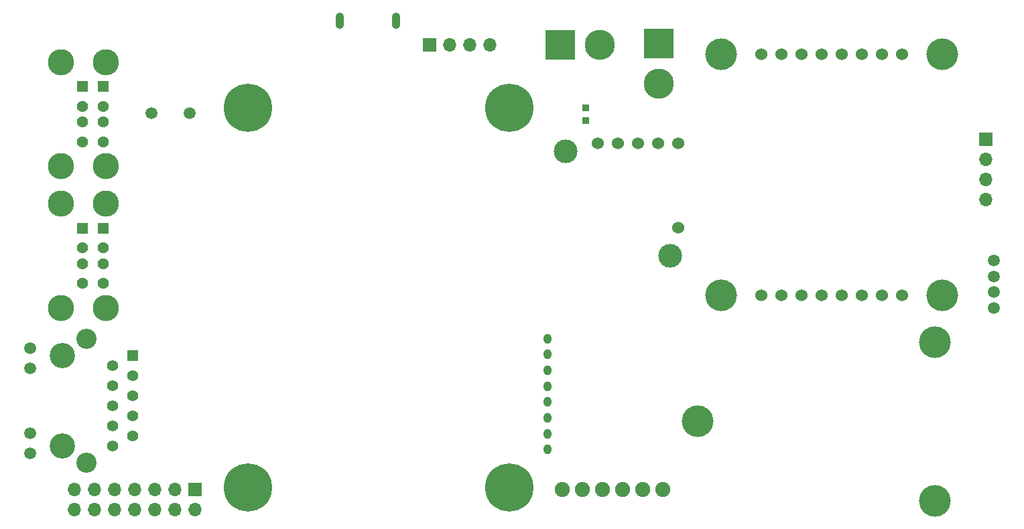
<source format=gbs>
%TF.GenerationSoftware,KiCad,Pcbnew,(5.1.9)-1*%
%TF.CreationDate,2021-12-11T15:02:24-08:00*%
%TF.ProjectId,DevelopmentBoard,44657665-6c6f-4706-9d65-6e74426f6172,rev?*%
%TF.SameCoordinates,Original*%
%TF.FileFunction,Soldermask,Bot*%
%TF.FilePolarity,Negative*%
%FSLAX46Y46*%
G04 Gerber Fmt 4.6, Leading zero omitted, Abs format (unit mm)*
G04 Created by KiCad (PCBNEW (5.1.9)-1) date 2021-12-11 15:02:24*
%MOMM*%
%LPD*%
G01*
G04 APERTURE LIST*
%ADD10C,6.100000*%
%ADD11O,1.000000X1.270000*%
%ADD12C,1.900000*%
%ADD13C,4.000000*%
%ADD14C,1.524000*%
%ADD15C,3.000000*%
%ADD16R,1.408000X1.408000*%
%ADD17C,1.408000*%
%ADD18C,3.200000*%
%ADD19C,2.550000*%
%ADD20C,1.508000*%
%ADD21C,1.500000*%
%ADD22R,1.428000X1.428000*%
%ADD23C,1.428000*%
%ADD24C,3.316000*%
%ADD25O,1.050000X2.100000*%
%ADD26R,3.800000X3.800000*%
%ADD27C,3.800000*%
%ADD28R,0.930000X0.890000*%
%ADD29O,1.700000X1.700000*%
%ADD30R,1.700000X1.700000*%
G04 APERTURE END LIST*
D10*
%TO.C,U1*%
X156962000Y-126068000D03*
X123962000Y-78068000D03*
X156962000Y-78068000D03*
X123962000Y-126068000D03*
%TD*%
D11*
%TO.C,A1*%
X161746000Y-115226000D03*
X161746000Y-119226000D03*
X161746000Y-117226000D03*
X161746000Y-121226000D03*
X161746000Y-111226000D03*
D12*
X163656000Y-126256000D03*
X168736000Y-126256000D03*
D11*
X161746000Y-113226000D03*
D12*
X173816000Y-126256000D03*
D11*
X161746000Y-107226000D03*
D12*
X176356000Y-126256000D03*
X171276000Y-126256000D03*
D11*
X161746000Y-109226000D03*
D12*
X166196000Y-126256000D03*
%TD*%
D13*
%TO.C,U5*%
X183694800Y-71261800D03*
X183694800Y-101741800D03*
X211634800Y-101741800D03*
X211634800Y-71261800D03*
D14*
X196394800Y-101741800D03*
X193854800Y-101741800D03*
X191314800Y-101741800D03*
X188774800Y-101741800D03*
X198934800Y-101741800D03*
X201474800Y-101741800D03*
X204014800Y-101741800D03*
X206554800Y-101741800D03*
X206554800Y-71261800D03*
X188774800Y-71261800D03*
X196394800Y-71261800D03*
X204014800Y-71261800D03*
X201474800Y-71261800D03*
X191314800Y-71261800D03*
X193854800Y-71261800D03*
X198934800Y-71261800D03*
%TD*%
D15*
%TO.C,U3*%
X164088000Y-83570000D03*
D14*
X173228000Y-82550000D03*
X175768000Y-82550000D03*
X178318000Y-82540000D03*
X170688000Y-82550000D03*
X168148000Y-82550000D03*
D15*
X177288000Y-96770000D03*
D14*
X178318000Y-93230000D03*
%TD*%
D16*
%TO.C,J4*%
X109391000Y-109347000D03*
D17*
X106851000Y-110617000D03*
X109391000Y-111887000D03*
X106851000Y-113157000D03*
X109391000Y-114427000D03*
X106851000Y-115697000D03*
X109391000Y-116967000D03*
X106851000Y-118237000D03*
D18*
X100501000Y-109347000D03*
X100501000Y-120777000D03*
D19*
X103551000Y-122912000D03*
X103551000Y-107212000D03*
D20*
X96441000Y-108432000D03*
X96441000Y-121692000D03*
D17*
X109391000Y-119507000D03*
X106851000Y-120777000D03*
D20*
X96441000Y-110972000D03*
X96441000Y-119152000D03*
%TD*%
D21*
%TO.C,Y1*%
X116606000Y-78702000D03*
X111726000Y-78702000D03*
%TD*%
D22*
%TO.C,J3*%
X103001000Y-93241000D03*
D23*
X103001000Y-95741000D03*
X103001000Y-97741000D03*
X103001000Y-100241000D03*
D24*
X105971000Y-90171000D03*
X105971000Y-103311000D03*
X100291000Y-90171000D03*
X100291000Y-103311000D03*
D22*
X105621000Y-93241000D03*
D23*
X105621000Y-95741000D03*
X105621000Y-97741000D03*
X105621000Y-100241000D03*
%TD*%
D22*
%TO.C,J2*%
X103026000Y-75341000D03*
D23*
X103026000Y-77841000D03*
X103026000Y-79841000D03*
X103026000Y-82341000D03*
D24*
X105996000Y-72271000D03*
X105996000Y-85411000D03*
X100316000Y-72271000D03*
X100316000Y-85411000D03*
D22*
X105646000Y-75341000D03*
D23*
X105646000Y-77841000D03*
X105646000Y-79841000D03*
X105646000Y-82341000D03*
%TD*%
D25*
%TO.C,U4*%
X135516000Y-67036000D03*
X142666000Y-67036000D03*
%TD*%
D26*
%TO.C,X1*%
X163384000Y-70066000D03*
D27*
X168384000Y-70066000D03*
%TD*%
D26*
%TO.C,X2*%
X175830000Y-69946000D03*
D27*
X175830000Y-74946000D03*
%TD*%
D21*
%TO.C,X3*%
X218186000Y-99330000D03*
X218186000Y-97330000D03*
X218186000Y-101330000D03*
X218186000Y-103330000D03*
%TD*%
D28*
%TO.C,D1*%
X166586000Y-79664000D03*
X166586000Y-78036000D03*
%TD*%
D29*
%TO.C,J1*%
X217170000Y-89662000D03*
X217170000Y-87122000D03*
X217170000Y-84582000D03*
D30*
X217170000Y-82042000D03*
%TD*%
D13*
%TO.C,U2*%
X180756000Y-117696000D03*
X210756000Y-127696000D03*
X210756000Y-107696000D03*
%TD*%
D30*
%TO.C,J5*%
X146874000Y-70066000D03*
D29*
X149414000Y-70066000D03*
X151954000Y-70066000D03*
X154494000Y-70066000D03*
%TD*%
D30*
%TO.C,J6*%
X117216000Y-126281000D03*
D29*
X117216000Y-128821000D03*
X114676000Y-126281000D03*
X114676000Y-128821000D03*
X112136000Y-126281000D03*
X112136000Y-128821000D03*
X109596000Y-126281000D03*
X109596000Y-128821000D03*
X107056000Y-126281000D03*
X107056000Y-128821000D03*
X104516000Y-126281000D03*
X104516000Y-128821000D03*
X101976000Y-126281000D03*
X101976000Y-128821000D03*
%TD*%
M02*

</source>
